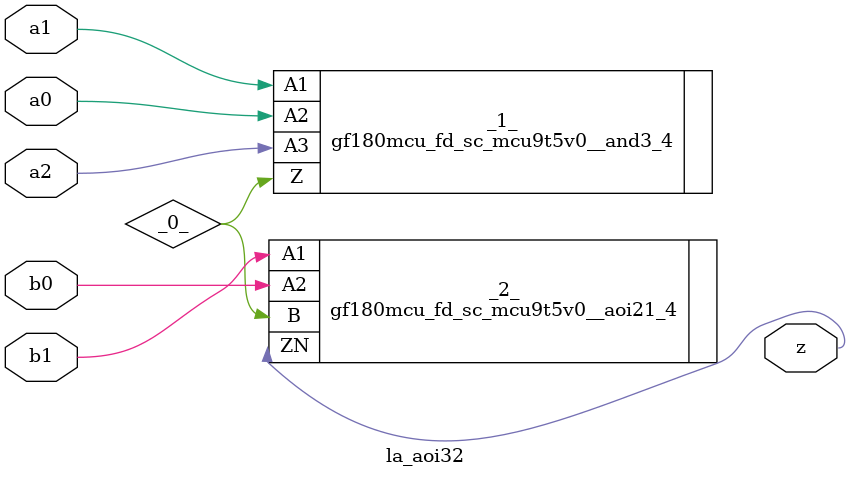
<source format=v>

/* Generated by Yosys 0.44 (git sha1 80ba43d26, g++ 11.4.0-1ubuntu1~22.04 -fPIC -O3) */

(* top =  1  *)
(* src = "inputs/la_aoi32.v:10.1-23.10" *)
module la_aoi32 (
    a0,
    a1,
    a2,
    b0,
    b1,
    z
);
  wire _0_;
  (* src = "inputs/la_aoi32.v:13.12-13.14" *)
  input a0;
  wire a0;
  (* src = "inputs/la_aoi32.v:14.12-14.14" *)
  input a1;
  wire a1;
  (* src = "inputs/la_aoi32.v:15.12-15.14" *)
  input a2;
  wire a2;
  (* src = "inputs/la_aoi32.v:16.12-16.14" *)
  input b0;
  wire b0;
  (* src = "inputs/la_aoi32.v:17.12-17.14" *)
  input b1;
  wire b1;
  (* src = "inputs/la_aoi32.v:18.12-18.13" *)
  output z;
  wire z;
  gf180mcu_fd_sc_mcu9t5v0__and3_4 _1_ (
      .A1(a1),
      .A2(a0),
      .A3(a2),
      .Z (_0_)
  );
  gf180mcu_fd_sc_mcu9t5v0__aoi21_4 _2_ (
      .A1(b1),
      .A2(b0),
      .B (_0_),
      .ZN(z)
  );
endmodule

</source>
